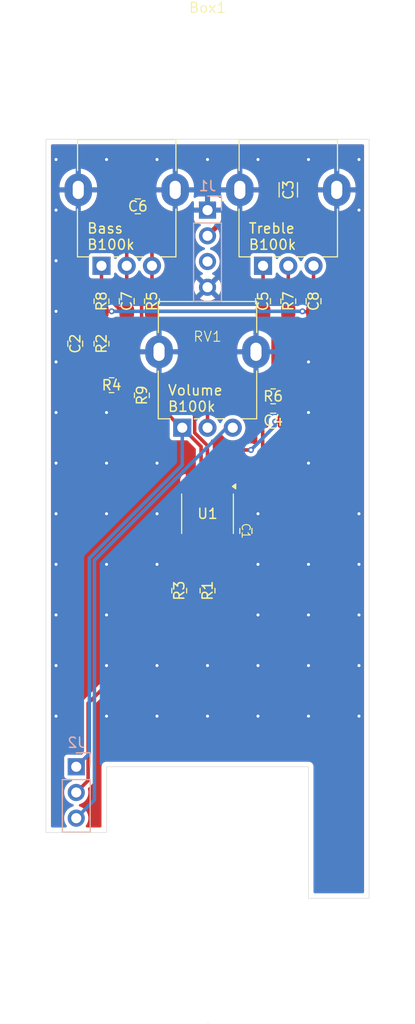
<source format=kicad_pcb>
(kicad_pcb (version 20241229) (generator "pcbnew") (generator_version "9.0")
  (layers (0 "F.Cu" jumper) (2 "B.Cu" signal) (13 "F.Paste" user) (15 "B.Paste" user) (5 "F.SilkS" user "F.Silkscreen") (7 "B.SilkS" user "B.Silkscreen") (1 "F.Mask" user) (3 "B.Mask" user) (25 "Edge.Cuts" user))
  (net 0 "")
  (net 1 "GND")
  (net 2 "IN^{BAX}")
  (net 3 "Net-(U1B--)")
  (net 4 "OPAMP^{IN}")
  (net 5 "+V")
  (net 6 "OPAMP^{OUT}")
  (net 7 "Net-(C5-Pad1)")
  (net 8 "IN")
  (net 10 "OUT")
  (net 11 "Net-(C6-Pad2)")
  (net 12 "Net-(C6-Pad1)")
  (net 13 "Net-(C7-Pad1)")
  (net 14 "GNDREF")
  (net 15 "Net-(C8-Pad2)")
  (net 16 "OUT^{VOL}")
  (net 17 "Net-(R7-Pad1)")
  (footprint "Resistor_SMD:R_0805_2012Metric_Pad1.20x1.40mm_HandSolder" (layer "F.Cu") (at 108 79 -90)
    (property "Reference" "R7" (at 0 0 90) (layer "F.SilkS"))
    (property "Value" "3.3k")
    (fp_line (start -0.227064 0.735) (end 0.227064 0.735) (stroke (width 0.12)) (layer "F.SilkS"))
    (fp_line (start -0.227064 -0.735) (end 0.227064 -0.735) (stroke (width 0.12)) (layer "F.SilkS"))
    (pad "1" smd roundrect (at -1 0 270) (size 1.2 1.4) (layers "F.Cu" "F.Mask" "F.Paste") (roundrect_rratio 0.208333) (net 17 "Net-(R7-Pad1)"))
    (pad "2" smd roundrect (at 1 0 270) (size 1.2 1.4) (layers "F.Cu" "F.Mask" "F.Paste") (roundrect_rratio 0.208333) (net 4 "OPAMP^{IN}"))
  )
  (footprint "Capacitor_SMD:C_0805_2012Metric_Pad1.18x1.45mm_HandSolder" (layer "F.Cu") (at 86.9 83.2 -90)
    (property "Reference" "C2" (at 0 0 90) (layer "F.SilkS"))
    (property "Value" "10pF")
    (fp_line (start -0.261252 0.735) (end 0.261252 0.735) (stroke (width 0.12)) (layer "F.SilkS"))
    (fp_line (start -0.261252 -0.735) (end 0.261252 -0.735) (stroke (width 0.12)) (layer "F.SilkS"))
    (pad "1" smd roundrect (at -1.0375 0 270) (size 1.175 1.45) (layers "F.Cu" "F.Mask" "F.Paste") (roundrect_rratio 0.212766) (net 2 "IN^{BAX}"))
    (pad "2" smd roundrect (at 1.0375 0 270) (size 1.175 1.45) (layers "F.Cu" "F.Mask" "F.Paste") (roundrect_rratio 0.212766) (net 3 "Net-(U1B--)"))
  )
  (footprint "Resistor_SMD:R_0805_2012Metric_Pad1.20x1.40mm_HandSolder" (layer "F.Cu") (at 97.2 107.6 90)
    (property "Reference" "R3" (at 0 0 90) (layer "F.SilkS"))
    (property "Value" "47k")
    (fp_line (start -0.227064 -0.735) (end 0.227064 -0.735) (stroke (width 0.12)) (layer "F.SilkS"))
    (fp_line (start -0.227064 0.735) (end 0.227064 0.735) (stroke (width 0.12)) (layer "F.SilkS"))
    (pad "1" smd roundrect (at -1 0 90) (size 1.2 1.4) (layers "F.Cu" "F.Mask" "F.Paste") (roundrect_rratio 0.208333) (net 10 "OUT"))
    (pad "2" smd roundrect (at 1 0 90) (size 1.2 1.4) (layers "F.Cu" "F.Mask" "F.Paste") (roundrect_rratio 0.208333) (net 1 "GND"))
  )
  (footprint "Mylib:Potentiometer_9mm_MP" (layer "F.Cu") (at 92 68)
    (property "Reference" "RV2" (hide yes))
    (property "Value" "B100k Bass")
    (fp_line (start -4.88 6.62) (end -4.88 1.9) (stroke (width 0.12)) (layer "F.SilkS"))
    (fp_line (start -4.87 -1.91) (end -4.87 -4.97) (stroke (width 0.12)) (layer "F.SilkS"))
    (fp_line (start -3.69 6.62) (end -4.87 6.62) (stroke (width 0.12)) (layer "F.SilkS"))
    (fp_line (start -0.79 6.62) (end -1.32 6.62) (stroke (width 0.12)) (layer "F.SilkS"))
    (fp_line (start 1.66 6.62) (end 0.83 6.62) (stroke (width 0.12)) (layer "F.SilkS"))
    (fp_line (start 4.87 -4.97) (end -4.87 -4.97) (stroke (width 0.12)) (layer "F.SilkS"))
    (fp_line (start 4.87 -1.91) (end 4.87 -4.97) (stroke (width 0.12)) (layer "F.SilkS"))
    (fp_line (start 4.87 6.62) (end 3.38 6.62) (stroke (width 0.12)) (layer "F.SilkS"))
    (fp_line (start 4.87 6.62) (end 4.87 1.9) (stroke (width 0.12)) (layer "F.SilkS"))
    (pad "1" thru_hole rect (at -2.5 7.5) (size 1.8 1.8) (drill 1) (layers "*.Cu" "*.Mask") (net 13 "Net-(C7-Pad1)"))
    (pad "2" thru_hole circle (at 0 7.5) (size 1.8 1.8) (drill 1) (layers "*.Cu" "*.Mask") (net 11 "Net-(C6-Pad2)"))
    (pad "3" thru_hole circle (at 2.5 7.5) (size 1.8 1.8) (drill 1) (layers "*.Cu" "*.Mask") (net 12 "Net-(C6-Pad1)"))
    (pad "MP" thru_hole oval (at -4.8 0) (size 2.72 3.24) (drill oval 1.1 1.8) (layers "*.Cu" "*.Mask") (net 1 "GND"))
    (pad "MP" thru_hole oval (at 4.8 0) (size 2.72 3.24) (drill oval 1.1 1.8) (layers "*.Cu" "*.Mask") (net 1 "GND"))
  )
  (footprint "Mylib:1590A" (layer "F.Cu") (at 100 100)
    (property "Reference" "Box1" (at 0 -50 0) (layer "F.SilkS") (effects (font (thickness 0.1))))
    (property "Value" "1590A")
    (fp_line (start 0.05 50.375) (end 0.05 50.375) (stroke (width 0.1)) (layer "F.SilkS"))
  )
  (footprint "Resistor_SMD:R_0805_2012Metric_Pad1.20x1.40mm_HandSolder" (layer "F.Cu") (at 94.5 79 -90)
    (property "Reference" "R5" (at 0 0 90) (layer "F.SilkS"))
    (property "Value" "10k")
    (fp_line (start -0.227064 0.735) (end 0.227064 0.735) (stroke (width 0.12)) (layer "F.SilkS"))
    (fp_line (start -0.227064 -0.735) (end 0.227064 -0.735) (stroke (width 0.12)) (layer "F.SilkS"))
    (pad "1" smd roundrect (at -1 0 270) (size 1.2 1.4) (layers "F.Cu" "F.Mask" "F.Paste") (roundrect_rratio 0.208333) (net 12 "Net-(C6-Pad1)"))
    (pad "2" smd roundrect (at 1 0 270) (size 1.2 1.4) (layers "F.Cu" "F.Mask" "F.Paste") (roundrect_rratio 0.208333) (net 6 "OPAMP^{OUT}"))
  )
  (footprint "Resistor_SMD:R_0805_2012Metric_Pad1.20x1.40mm_HandSolder" (layer "F.Cu") (at 90.5 87.3)
    (property "Reference" "R4" (at 0 0 0) (layer "F.SilkS"))
    (property "Value" "10k")
    (fp_line (start -0.227064 -0.735) (end 0.227064 -0.735) (stroke (width 0.12)) (layer "F.SilkS"))
    (fp_line (start -0.227064 0.735) (end 0.227064 0.735) (stroke (width 0.12)) (layer "F.SilkS"))
    (pad "1" smd roundrect (at -1 0) (size 1.2 1.4) (layers "F.Cu" "F.Mask" "F.Paste") (roundrect_rratio 0.208333) (net 3 "Net-(U1B--)"))
    (pad "2" smd roundrect (at 1 0) (size 1.2 1.4) (layers "F.Cu" "F.Mask" "F.Paste") (roundrect_rratio 0.208333) (net 16 "OUT^{VOL}"))
  )
  (footprint "Resistor_SMD:R_0805_2012Metric_Pad1.20x1.40mm_HandSolder" (layer "F.Cu") (at 93.5 88.3 90)
    (property "Reference" "R9" (at 0 0 90) (layer "F.SilkS"))
    (property "Value" "10k")
    (fp_line (start -0.227064 -0.735) (end 0.227064 -0.735) (stroke (width 0.12)) (layer "F.SilkS"))
    (fp_line (start -0.227064 0.735) (end 0.227064 0.735) (stroke (width 0.12)) (layer "F.SilkS"))
    (pad "1" smd roundrect (at -1 0 90) (size 1.2 1.4) (layers "F.Cu" "F.Mask" "F.Paste") (roundrect_rratio 0.208333) (net 14 "GNDREF"))
    (pad "2" smd roundrect (at 1 0 90) (size 1.2 1.4) (layers "F.Cu" "F.Mask" "F.Paste") (roundrect_rratio 0.208333) (net 16 "OUT^{VOL}"))
  )
  (footprint "Mylib:Potentiometer_9mm_MP" (layer "F.Cu") (at 100 84)
    (property "Reference" "RV1" (at 0 -1.5 0) (layer "F.SilkS") (effects (font (thickness 0.1))))
    (property "Value" "B100k Volume")
    (fp_line (start -4.88 6.62) (end -4.88 1.9) (stroke (width 0.12)) (layer "F.SilkS"))
    (fp_line (start -4.87 -1.91) (end -4.87 -4.97) (stroke (width 0.12)) (layer "F.SilkS"))
    (fp_line (start -3.69 6.62) (end -4.87 6.62) (stroke (width 0.12)) (layer "F.SilkS"))
    (fp_line (start -0.79 6.62) (end -1.32 6.62) (stroke (width 0.12)) (layer "F.SilkS"))
    (fp_line (start 1.66 6.62) (end 0.83 6.62) (stroke (width 0.12)) (layer "F.SilkS"))
    (fp_line (start 4.87 -4.97) (end -4.87 -4.97) (stroke (width 0.12)) (layer "F.SilkS"))
    (fp_line (start 4.87 -1.91) (end 4.87 -4.97) (stroke (width 0.12)) (layer "F.SilkS"))
    (fp_line (start 4.87 6.62) (end 3.38 6.62) (stroke (width 0.12)) (layer "F.SilkS"))
    (fp_line (start 4.87 6.62) (end 4.87 1.9) (stroke (width 0.12)) (layer "F.SilkS"))
    (pad "1" thru_hole rect (at -2.5 7.5) (size 1.8 1.8) (drill 1) (layers "*.Cu" "*.Mask") (net 14 "GNDREF"))
    (pad "2" thru_hole circle (at 0 7.5) (size 1.8 1.8) (drill 1) (layers "*.Cu" "*.Mask") (net 16 "OUT^{VOL}"))
    (pad "3" thru_hole circle (at 2.5 7.5) (size 1.8 1.8) (drill 1) (layers "*.Cu" "*.Mask") (net 8 "IN"))
    (pad "MP" thru_hole oval (at -4.8 0) (size 2.72 3.24) (drill oval 1.1 1.8) (layers "*.Cu" "*.Mask") (net 1 "GND"))
    (pad "MP" thru_hole oval (at 4.8 0) (size 2.72 3.24) (drill oval 1.1 1.8) (layers "*.Cu" "*.Mask") (net 1 "GND"))
  )
  (footprint "Capacitor_SMD:C_0805_2012Metric_Pad1.18x1.45mm_HandSolder" (layer "F.Cu") (at 93.1 69.625 180)
    (property "Reference" "C6" (at 0 0 0) (layer "F.SilkS"))
    (property "Value" "47nF")
    (fp_line (start -0.261252 0.735) (end 0.261252 0.735) (stroke (width 0.12)) (layer "F.SilkS"))
    (fp_line (start -0.261252 -0.735) (end 0.261252 -0.735) (stroke (width 0.12)) (layer "F.SilkS"))
    (pad "1" smd roundrect (at -1.0375 0 180) (size 1.175 1.45) (layers "F.Cu" "F.Mask" "F.Paste") (roundrect_rratio 0.212766) (net 12 "Net-(C6-Pad1)"))
    (pad "2" smd roundrect (at 1.0375 0 180) (size 1.175 1.45) (layers "F.Cu" "F.Mask" "F.Paste") (roundrect_rratio 0.212766) (net 11 "Net-(C6-Pad2)"))
  )
  (footprint "Resistor_SMD:R_0805_2012Metric_Pad1.20x1.40mm_HandSolder" (layer "F.Cu") (at 89.5 79 90)
    (property "Reference" "R8" (at 0 0 90) (layer "F.SilkS"))
    (property "Value" "10k")
    (fp_line (start -0.227064 -0.735) (end 0.227064 -0.735) (stroke (width 0.12)) (layer "F.SilkS"))
    (fp_line (start -0.227064 0.735) (end 0.227064 0.735) (stroke (width 0.12)) (layer "F.SilkS"))
    (pad "1" smd roundrect (at -1 0 90) (size 1.2 1.4) (layers "F.Cu" "F.Mask" "F.Paste") (roundrect_rratio 0.208333) (net 2 "IN^{BAX}"))
    (pad "2" smd roundrect (at 1 0 90) (size 1.2 1.4) (layers "F.Cu" "F.Mask" "F.Paste") (roundrect_rratio 0.208333) (net 13 "Net-(C7-Pad1)"))
  )
  (footprint "Resistor_SMD:R_0805_2012Metric_Pad1.20x1.40mm_HandSolder" (layer "F.Cu") (at 100 107.6 90)
    (property "Reference" "R1" (at 0 0 90) (layer "F.SilkS"))
    (property "Value" "100R")
    (fp_line (start -0.227064 -0.735) (end 0.227064 -0.735) (stroke (width 0.12)) (layer "F.SilkS"))
    (fp_line (start -0.227064 0.735) (end 0.227064 0.735) (stroke (width 0.12)) (layer "F.SilkS"))
    (pad "1" smd roundrect (at -1 0 90) (size 1.2 1.4) (layers "F.Cu" "F.Mask" "F.Paste") (roundrect_rratio 0.208333) (net 10 "OUT"))
    (pad "2" smd roundrect (at 1 0 90) (size 1.2 1.4) (layers "F.Cu" "F.Mask" "F.Paste") (roundrect_rratio 0.208333) (net 6 "OPAMP^{OUT}"))
  )
  (footprint "Capacitor_SMD:C_0805_2012Metric_Pad1.18x1.45mm_HandSolder" (layer "F.Cu") (at 105.5 79 -90)
    (property "Reference" "C5" (at 0 0 90) (layer "F.SilkS"))
    (property "Value" "4.7nF")
    (fp_line (start -0.261252 0.735) (end 0.261252 0.735) (stroke (width 0.12)) (layer "F.SilkS"))
    (fp_line (start -0.261252 -0.735) (end 0.261252 -0.735) (stroke (width 0.12)) (layer "F.SilkS"))
    (pad "1" smd roundrect (at -1.0375 0 270) (size 1.175 1.45) (layers "F.Cu" "F.Mask" "F.Paste") (roundrect_rratio 0.212766) (net 7 "Net-(C5-Pad1)"))
    (pad "2" smd roundrect (at 1.0375 0 270) (size 1.175 1.45) (layers "F.Cu" "F.Mask" "F.Paste") (roundrect_rratio 0.212766) (net 6 "OPAMP^{OUT}"))
  )
  (footprint "Mylib:C_0704_1810Metric" (layer "F.Cu") (at 103.8 101.7 90)
    (property "Reference" "C1" (at 0 0 270) (layer "F.SilkS") (effects (font (size 0.8 0.8) (thickness 0.1))))
    (property "Value" "0.1uF")
    (fp_line (start -0.25 -0.6) (end 0.25 -0.6) (stroke (width 0.12)) (layer "F.SilkS"))
    (fp_line (start -0.25 0.6) (end 0.25 0.6) (stroke (width 0.12)) (layer "F.SilkS"))
    (pad "1" smd roundrect (at -0.875 0 90) (size 0.9 1.25) (layers "F.Cu" "F.Mask" "F.Paste") (roundrect_rratio 0.2) (net 5 "+V"))
    (pad "2" smd roundrect (at 0.875 0 90) (size 0.9 1.25) (layers "F.Cu" "F.Mask" "F.Paste") (roundrect_rratio 0.2) (net 1 "GND"))
  )
  (footprint "Resistor_SMD:R_0805_2012Metric_Pad1.20x1.40mm_HandSolder" (layer "F.Cu") (at 89.5 83.2 -90)
    (property "Reference" "R2" (at 0 0 90) (layer "F.SilkS"))
    (property "Value" "22k")
    (fp_line (start -0.227064 0.735) (end 0.227064 0.735) (stroke (width 0.12)) (layer "F.SilkS"))
    (fp_line (start -0.227064 -0.735) (end 0.227064 -0.735) (stroke (width 0.12)) (layer "F.SilkS"))
    (pad "1" smd roundrect (at -1 0 270) (size 1.2 1.4) (layers "F.Cu" "F.Mask" "F.Paste") (roundrect_rratio 0.208333) (net 2 "IN^{BAX}"))
    (pad "2" smd roundrect (at 1 0 270) (size 1.2 1.4) (layers "F.Cu" "F.Mask" "F.Paste") (roundrect_rratio 0.208333) (net 3 "Net-(U1B--)"))
  )
  (footprint "Capacitor_SMD:C_0805_2012Metric_Pad1.18x1.45mm_HandSolder" (layer "F.Cu") (at 92 79 90)
    (property "Reference" "C7" (at 0 0 90) (layer "F.SilkS"))
    (property "Value" "47nF")
    (fp_line (start -0.261252 -0.735) (end 0.261252 -0.735) (stroke (width 0.12)) (layer "F.SilkS"))
    (fp_line (start -0.261252 0.735) (end 0.261252 0.735) (stroke (width 0.12)) (layer "F.SilkS"))
    (pad "1" smd roundrect (at -1.0375 0 90) (size 1.175 1.45) (layers "F.Cu" "F.Mask" "F.Paste") (roundrect_rratio 0.212766) (net 13 "Net-(C7-Pad1)"))
    (pad "2" smd roundrect (at 1.0375 0 90) (size 1.175 1.45) (layers "F.Cu" "F.Mask" "F.Paste") (roundrect_rratio 0.212766) (net 11 "Net-(C6-Pad2)"))
  )
  (footprint "Resistor_SMD:R_0805_2012Metric_Pad1.20x1.40mm_HandSolder" (layer "F.Cu") (at 106.5 88.4 180)
    (property "Reference" "R6" (at 0 0 0) (layer "F.SilkS"))
    (property "Value" "10k")
    (fp_line (start -0.227064 0.735) (end 0.227064 0.735) (stroke (width 0.12)) (layer "F.SilkS"))
    (fp_line (start -0.227064 -0.735) (end 0.227064 -0.735) (stroke (width 0.12)) (layer "F.SilkS"))
    (pad "1" smd roundrect (at -1 0 180) (size 1.2 1.4) (layers "F.Cu" "F.Mask" "F.Paste") (roundrect_rratio 0.208333) (net 4 "OPAMP^{IN}"))
    (pad "2" smd roundrect (at 1 0 180) (size 1.2 1.4) (layers "F.Cu" "F.Mask" "F.Paste") (roundrect_rratio 0.208333) (net 11 "Net-(C6-Pad2)"))
  )
  (footprint "Capacitor_SMD:C_0805_2012Metric_Pad1.18x1.45mm_HandSolder" (layer "F.Cu") (at 110.5 79 90)
    (property "Reference" "C8" (at 0 0 90) (layer "F.SilkS"))
    (property "Value" "4.7nF")
    (fp_line (start -0.261252 -0.735) (end 0.261252 -0.735) (stroke (width 0.12)) (layer "F.SilkS"))
    (fp_line (start -0.261252 0.735) (end 0.261252 0.735) (stroke (width 0.12)) (layer "F.SilkS"))
    (pad "1" smd roundrect (at -1.0375 0 90) (size 1.175 1.45) (layers "F.Cu" "F.Mask" "F.Paste") (roundrect_rratio 0.212766) (net 2 "IN^{BAX}"))
    (pad "2" smd roundrect (at 1.0375 0 90) (size 1.175 1.45) (layers "F.Cu" "F.Mask" "F.Paste") (roundrect_rratio 0.212766) (net 15 "Net-(C8-Pad2)"))
  )
  (footprint "Capacitor_SMD:C_0805_2012Metric_Pad1.18x1.45mm_HandSolder" (layer "F.Cu") (at 106.5 90.8 180)
    (property "Reference" "C4" (at 0 0 0) (layer "F.SilkS"))
    (property "Value" "10pF")
    (fp_line (start -0.261252 0.735) (end 0.261252 0.735) (stroke (width 0.12)) (layer "F.SilkS"))
    (fp_line (start -0.261252 -0.735) (end 0.261252 -0.735) (stroke (width 0.12)) (layer "F.SilkS"))
    (pad "1" smd roundrect (at -1.0375 0 180) (size 1.175 1.45) (layers "F.Cu" "F.Mask" "F.Paste") (roundrect_rratio 0.212766) (net 4 "OPAMP^{IN}"))
    (pad "2" smd roundrect (at 1.0375 0 180) (size 1.175 1.45) (layers "F.Cu" "F.Mask" "F.Paste") (roundrect_rratio 0.212766) (net 6 "OPAMP^{OUT}"))
  )
  (footprint "Package_SO:SOIC-8_3.9x4.9mm_P1.27mm" (layer "F.Cu") (at 100 100 -90)
    (property "Reference" "U1" (at 0 0 0) (layer "F.SilkS"))
    (property "Value" "OPA1656")
    (fp_line (start 0 2.56) (end -1.95 2.56) (stroke (width 0.12)) (layer "F.SilkS"))
    (fp_line (start 0 2.56) (end 1.95 2.56) (stroke (width 0.12)) (layer "F.SilkS"))
    (fp_line (start 0 -2.56) (end -1.95 -2.56) (stroke (width 0.12)) (layer "F.SilkS"))
    (fp_line (start 0 -2.56) (end 1.95 -2.56) (stroke (width 0.12)) (layer "F.SilkS"))
    (fp_poly (pts (xy -2.7 -2.465) (xy -2.94 -2.795) (xy -2.46 -2.795)) (stroke (width 0.12)) (fill yes) (layer "F.SilkS"))
    (pad "1" smd roundrect (at -2.475 -1.905 270) (size 1.95 0.6) (layers "F.Cu" "F.Mask" "F.Paste") (net 6 "OPAMP^{OUT}"))
    (pad "2" smd roundrect (at -2.475 -0.635 270) (size 1.95 0.6) (layers "F.Cu" "F.Mask" "F.Paste") (net 4 "OPAMP^{IN}"))
    (pad "3" smd roundrect (at -2.475 0.635 270) (size 1.95 0.6) (layers "F.Cu" "F.Mask" "F.Paste") (net 14 "GNDREF"))
    (pad "4" smd roundrect (at -2.475 1.905 270) (size 1.95 0.6) (layers "F.Cu" "F.Mask" "F.Paste") (net 1 "GND"))
    (pad "5" smd roundrect (at 2.475 1.905 270) (size 1.95 0.6) (layers "F.Cu" "F.Mask" "F.Paste") (net 14 "GNDREF"))
    (pad "6" smd roundrect (at 2.475 0.635 270) (size 1.95 0.6) (layers "F.Cu" "F.Mask" "F.Paste") (net 3 "Net-(U1B--)"))
    (pad "7" smd roundrect (at 2.475 -0.635 270) (size 1.95 0.6) (layers "F.Cu" "F.Mask" "F.Paste") (net 2 "IN^{BAX}"))
    (pad "8" smd roundrect (at 2.475 -1.905 270) (size 1.95 0.6) (layers "F.Cu" "F.Mask" "F.Paste") (net 5 "+V"))
  )
  (footprint "Capacitor_SMD:C_1206_3216Metric_Pad1.33x1.80mm_HandSolder" (layer "F.Cu") (at 108 68 90)
    (property "Reference" "C3" (at 0 0 90) (layer "F.SilkS"))
    (property "Value" "22uF")
    (fp_line (start -0.711252 -0.91) (end 0.711252 -0.91) (stroke (width 0.12)) (layer "F.SilkS"))
    (fp_line (start -0.711252 0.91) (end 0.711252 0.91) (stroke (width 0.12)) (layer "F.SilkS"))
    (pad "1" smd roundrect (at -1.5625 0 90) (size 1.325 1.8) (layers "F.Cu" "F.Mask" "F.Paste") (roundrect_rratio 0.188679) (net 5 "+V"))
    (pad "2" smd roundrect (at 1.5625 0 90) (size 1.325 1.8) (layers "F.Cu" "F.Mask" "F.Paste") (roundrect_rratio 0.188679) (net 1 "GND"))
  )
  (footprint "Mylib:Potentiometer_9mm_MP" (layer "F.Cu") (at 108 68)
    (property "Reference" "RV3" (hide yes))
    (property "Value" "B100k Treble")
    (fp_line (start -4.88 6.62) (end -4.88 1.9) (stroke (width 0.12)) (layer "F.SilkS"))
    (fp_line (start -4.87 -1.91) (end -4.87 -4.97) (stroke (width 0.12)) (layer "F.SilkS"))
    (fp_line (start -3.69 6.62) (end -4.87 6.62) (stroke (width 0.12)) (layer "F.SilkS"))
    (fp_line (start -0.79 6.62) (end -1.32 6.62) (stroke (width 0.12)) (layer "F.SilkS"))
    (fp_line (start 1.66 6.62) (end 0.83 6.62) (stroke (width 0.12)) (layer "F.SilkS"))
    (fp_line (start 4.87 -4.97) (end -4.87 -4.97) (stroke (width 0.12)) (layer "F.SilkS"))
    (fp_line (start 4.87 -1.91) (end 4.87 -4.97) (stroke (width 0.12)) (layer "F.SilkS"))
    (fp_line (start 4.87 6.62) (end 3.38 6.62) (stroke (width 0.12)) (layer "F.SilkS"))
    (fp_line (start 4.87 6.62) (end 4.87 1.9) (stroke (width 0.12)) (layer "F.SilkS"))
    (pad "1" thru_hole rect (at -2.5 7.5) (size 1.8 1.8) (drill 1) (layers "*.Cu" "*.Mask") (net 7 "Net-(C5-Pad1)"))
    (pad "2" thru_hole circle (at 0 7.5) (size 1.8 1.8) (drill 1) (layers "*.Cu" "*.Mask") (net 17 "Net-(R7-Pad1)"))
    (pad "3" thru_hole circle (at 2.5 7.5) (size 1.8 1.8) (drill 1) (layers "*.Cu" "*.Mask") (net 15 "Net-(C8-Pad2)"))
    (pad "MP" thru_hole oval (at -4.8 0) (size 2.72 3.24) (drill oval 1.1 1.8) (layers "*.Cu" "*.Mask") (net 1 "GND"))
    (pad "MP" thru_hole oval (at 4.8 0) (size 2.72 3.24) (drill oval 1.1 1.8) (layers "*.Cu" "*.Mask") (net 1 "GND"))
  )
  (footprint "Connector_PinHeader_2.54mm:PinHeader_1x03_P2.54mm_Vertical" (layer "B.Cu") (at 87 125 180)
    (property "Reference" "J2" (at 0 2.38 0) (layer "B.SilkS") (effects (justify mirror)))
    (property "Value" "Conn_01x03_Pin")
    (fp_line (start 1.38 -1.27) (end 1.38 -6.46) (stroke (width 0.12)) (layer "B.SilkS"))
    (fp_line (start -1.38 1.38) (end 0 1.38) (stroke (width 0.12)) (layer "B.SilkS"))
    (fp_line (start -1.38 0) (end -1.38 1.38) (stroke (width 0.12)) (layer "B.SilkS"))
    (fp_line (start -1.38 -1.27) (end 1.38 -1.27) (stroke (width 0.12)) (layer "B.SilkS"))
    (fp_line (start -1.38 -1.27) (end -1.38 -6.46) (stroke (width 0.12)) (layer "B.SilkS"))
    (fp_line (start -1.38 -6.46) (end 1.38 -6.46) (stroke (width 0.12)) (layer "B.SilkS"))
    (pad "1" thru_hole rect (at 0 0 180) (size 1.7 1.7) (drill 1) (layers "*.Cu" "*.Mask") (net 14 "GNDREF"))
    (pad "2" thru_hole circle (at 0 -2.54 180) (size 1.7 1.7) (drill 1) (layers "*.Cu" "*.Mask") (net 10 "OUT"))
    (pad "3" thru_hole circle (at 0 -5.08 180) (size 1.7 1.7) (drill 1) (layers "*.Cu" "*.Mask") (net 8 "IN"))
  )
  (footprint "Connector_PinHeader_2.54mm:PinHeader_1x04_P2.54mm_Vertical" (layer "B.Cu") (at 100 70 180)
    (property "Reference" "J1" (at 0 2.38 0) (layer "B.SilkS") (effects (justify mirror)))
    (property "Value" "Conn_01x04_Pin")
    (fp_line (start 1.38 -1.27) (end 1.38 -9) (stroke (width 0.12)) (layer "B.SilkS"))
    (fp_line (start -1.38 1.38) (end 0 1.38) (stroke (width 0.12)) (layer "B.SilkS"))
    (fp_line (start -1.38 0) (end -1.38 1.38) (stroke (width 0.12)) (layer "B.SilkS"))
    (fp_line (start -1.38 -1.27) (end 1.38 -1.27) (stroke (width 0.12)) (layer "B.SilkS"))
    (fp_line (start -1.38 -1.27) (end -1.38 -9) (stroke (width 0.12)) (layer "B.SilkS"))
    (fp_line (start -1.38 -9) (end 1.38 -9) (stroke (width 0.12)) (layer "B.SilkS"))
    (pad "1" thru_hole rect (at 0 0 180) (size 1.7 1.7) (drill 1) (layers "*.Cu" "*.Mask") (net 1 "GND"))
    (pad "2" thru_hole circle (at 0 -2.54 180) (size 1.7 1.7) (drill 1) (layers "*.Cu" "*.Mask") (net 5 "+V"))
    (pad "3" thru_hole circle (at 0 -5.08 180) (size 1.7 1.7) (drill 1) (layers "*.Cu" "*.Mask"))
    (pad "4" thru_hole circle (at 0 -7.62 180) (size 1.7 1.7) (drill 1) (layers "*.Cu" "*.Mask") (net 1 "GND"))
  )
  (gr_line (start 116 138) (end 116 63) (stroke (width 0.05)) (layer "Edge.Cuts"))
  (gr_line (start 84 131.5) (end 90 131.5) (stroke (width 0.05)) (layer "Edge.Cuts"))
  (gr_line (start 116 63) (end 84 63) (stroke (width 0.05)) (layer "Edge.Cuts"))
  (gr_line (start 90 125) (end 110 125) (stroke (width 0.05)) (layer "Edge.Cuts"))
  (gr_line (start 110 138) (end 116 138) (stroke (width 0.05)) (layer "Edge.Cuts"))
  (gr_line (start 90 131.5) (end 90 125) (stroke (width 0.05)) (layer "Edge.Cuts"))
  (gr_line (start 84 63) (end 84 131.5) (stroke (width 0.05)) (layer "Edge.Cuts"))
  (gr_line (start 110 125) (end 110 138) (stroke (width 0.05)) (layer "Edge.Cuts"))
  (gr_text "Treble\nB100k" (at 104 74 0) (layer "F.SilkS") (effects (font (size 1 1)) (justify left bottom)))
  (gr_text "Bass\nB100k" (at 88 74 0) (layer "F.SilkS") (effects (font (size 1 1)) (justify left bottom)))
  (gr_text "Volume\nB100k" (at 96 90 0) (layer "F.SilkS") (effects (font (size 1 1)) (justify left bottom)))
  (via (at 85 70) (size 0.6) (drill 0.3) (layers "F.Cu" "B.Cu") (net 1))
  (via (at 95 105) (size 0.6) (drill 0.3) (layers "F.Cu" "B.Cu") (net 1))
  (via (at 105 65) (size 0.6) (drill 0.3) (layers "F.Cu" "B.Cu") (net 1))
  (via (at 85 75) (size 0.6) (drill 0.3) (layers "F.Cu" "B.Cu") (net 1))
  (via (at 90 120) (size 0.6) (drill 0.3) (layers "F.Cu" "B.Cu") (net 1))
  (via (at 85 95) (size 0.6) (drill 0.3) (layers "F.Cu" "B.Cu") (net 1))
  (via (at 90 65) (size 0.6) (drill 0.3) (layers "F.Cu" "B.Cu") (net 1))
  (via (at 100 65) (size 0.6) (drill 0.3) (layers "F.Cu" "B.Cu") (net 1))
  (via (at 100 120) (size 0.6) (drill 0.3) (layers "F.Cu" "B.Cu") (net 1))
  (via (at 85 110) (size 0.6) (drill 0.3) (layers "F.Cu" "B.Cu") (net 1))
  (via (at 85 100) (size 0.6) (drill 0.3) (layers "F.Cu" "B.Cu") (net 1))
  (via (at 95 95) (size 0.6) (drill 0.3) (layers "F.Cu" "B.Cu") (net 1))
  (via (at 110 115) (size 0.6) (drill 0.3) (layers "F.Cu" "B.Cu") (net 1))
  (via (at 85 120) (size 0.6) (drill 0.3) (layers "F.Cu" "B.Cu") (net 1))
  (via (at 90 110) (size 0.6) (drill 0.3) (layers "F.Cu" "B.Cu") (net 1))
  (via (at 110 105) (size 0.6) (drill 0.3) (layers "F.Cu" "B.Cu") (net 1))
  (via (at 105 110) (size 0.6) (drill 0.3) (layers "F.Cu" "B.Cu") (net 1))
  (via (at 115 105) (size 0.6) (drill 0.3) (layers "F.Cu" "B.Cu") (net 1))
  (via (at 110 120) (size 0.6) (drill 0.3) (layers "F.Cu" "B.Cu") (net 1))
  (via (at 110 90) (size 0.6) (drill 0.3) (layers "F.Cu" "B.Cu") (net 1))
  (via (at 95 120) (size 0.6) (drill 0.3) (layers "F.Cu" "B.Cu") (net 1))
  (via (at 115 110) (size 0.6) (drill 0.3) (layers "F.Cu" "B.Cu") (net 1))
  (via (at 115 65) (size 0.6) (drill 0.3) (layers "F.Cu" "B.Cu") (net 1))
  (via (at 110 95) (size 0.6) (drill 0.3) (layers "F.Cu" "B.Cu") (net 1))
  (via (at 110 110) (size 0.6) (drill 0.3) (layers "F.Cu" "B.Cu") (net 1))
  (via (at 90 100) (size 0.6) (drill 0.3) (layers "F.Cu" "B.Cu") (net 1))
  (via (at 95 115) (size 0.6) (drill 0.3) (layers "F.Cu" "B.Cu") (net 1))
  (via (at 105 105) (size 0.6) (drill 0.3) (layers "F.Cu" "B.Cu") (net 1))
  (via (at 95 65) (size 0.6) (drill 0.3) (layers "F.Cu" "B.Cu") (net 1))
  (via (at 105 120) (size 0.6) (drill 0.3) (layers "F.Cu" "B.Cu") (net 1))
  (via (at 85 115) (size 0.6) (drill 0.3) (layers "F.Cu" "B.Cu") (net 1))
  (via (at 90 95) (size 0.6) (drill 0.3) (layers "F.Cu" "B.Cu") (net 1))
  (via (at 115 115) (size 0.6) (drill 0.3) (layers "F.Cu" "B.Cu") (net 1))
  (via (at 115 70) (size 0.6) (drill 0.3) (layers "F.Cu" "B.Cu") (net 1))
  (via (at 85 85) (size 0.6) (drill 0.3) (layers "F.Cu" "B.Cu") (net 1))
  (via (at 85 105) (size 0.6) (drill 0.3) (layers "F.Cu" "B.Cu") (net 1))
  (via (at 105 100) (size 0.6) (drill 0.3) (layers "F.Cu" "B.Cu") (net 1))
  (via (at 95 100) (size 0.6) (drill 0.3) (layers "F.Cu" "B.Cu") (net 1))
  (via (at 100 115) (size 0.6) (drill 0.3) (layers "F.Cu" "B.Cu") (net 1))
  (via (at 90 115) (size 0.6) (drill 0.3) (layers "F.Cu" "B.Cu") (net 1))
  (via (at 90 90) (size 0.6) (drill 0.3) (layers "F.Cu" "B.Cu") (net 1))
  (via (at 85 80) (size 0.6) (drill 0.3) (layers "F.Cu" "B.Cu") (net 1))
  (via (at 105 115) (size 0.6) (drill 0.3) (layers "F.Cu" "B.Cu") (net 1))
  (via (at 110 65) (size 0.6) (drill 0.3) (layers "F.Cu" "B.Cu") (net 1))
  (via (at 85 65) (size 0.6) (drill 0.3) (layers "F.Cu" "B.Cu") (net 1))
  (via (at 90 105) (size 0.6) (drill 0.3) (layers "F.Cu" "B.Cu") (net 1))
  (via (at 110 85) (size 0.6) (drill 0.3) (layers "F.Cu" "B.Cu") (net 1))
  (via (at 115 100) (size 0.6) (drill 0.3) (layers "F.Cu" "B.Cu") (net 1))
  (via (at 115 120) (size 0.6) (drill 0.3) (layers "F.Cu" "B.Cu") (net 1))
  (via (at 85 90) (size 0.6) (drill 0.3) (layers "F.Cu" "B.Cu") (net 1))
  (segment (start 90.5 80) (end 89.5 80) (width 0.35) (layer "F.Cu") (net 2))
  (segment (start 100.635 101.07352) (end 100.635 102.475) (width 0.35) (layer "F.Cu") (net 2))
  (segment (start 110.5 80.0375) (end 109.4375 80.0375) (width 0.35) (layer "F.Cu") (net 2))
  (segment (start 102.406 99.302521) (end 100.635 101.07352) (width 0.35) (layer "F.Cu") (net 2))
  (segment (start 110.5 80.0375) (end 108.5 82.0375) (width 0.35) (layer "F.Cu") (net 2))
  (segment (start 89.5 82.2) (end 86.9375 82.2) (width 0.35) (layer "F.Cu") (net 2))
  (segment (start 108.5 92.8) (end 102.406 98.894) (width 0.35) (layer "F.Cu") (net 2))
  (segment (start 109.4375 80.0375) (end 109.4 80) (width 0.35) (layer "F.Cu") (net 2))
  (segment (start 86.9375 82.2) (end 86.9 82.1625) (width 0.35) (layer "F.Cu") (net 2))
  (segment (start 102.406 98.894) (end 102.406 99.302521) (width 0.35) (layer "F.Cu") (net 2))
  (segment (start 108.5 82.0375) (end 108.5 92.8) (width 0.35) (layer "F.Cu") (net 2))
  (segment (start 89.5 82.2) (end 89.5 80) (width 0.35) (layer "F.Cu") (net 2))
  (via (at 109.4 80) (size 0.6) (drill 0.3) (layers "F.Cu" "B.Cu") (net 2))
  (via (at 90.5 80) (size 0.6) (drill 0.3) (layers "F.Cu" "B.Cu") (net 2))
  (segment (start 109.4 80) (end 90.5 80) (width 0.35) (layer "B.Cu") (net 2))
  (segment (start 99.991 100.01752) (end 99.991 93.265) (width 0.35) (layer "F.Cu") (net 3))
  (segment (start 99.365 102.475) (end 99.365 100.64352) (width 0.35) (layer "F.Cu") (net 3))
  (segment (start 98.726 92) (end 98.726 90.274) (width 0.35) (layer "F.Cu") (net 3))
  (segment (start 96.826 88.374) (end 90.574 88.374) (width 0.35) (layer "F.Cu") (net 3))
  (segment (start 90.574 88.374) (end 89.5 87.3) (width 0.35) (layer "F.Cu") (net 3))
  (segment (start 89.5 84.2) (end 86.9375 84.2) (width 0.35) (layer "F.Cu") (net 3))
  (segment (start 86.9375 84.2) (end 86.9 84.2375) (width 0.35) (layer "F.Cu") (net 3))
  (segment (start 98.726 90.274) (end 96.826 88.374) (width 0.35) (layer "F.Cu") (net 3))
  (segment (start 89.5 87.3) (end 89.5 84.2) (width 0.35) (layer "F.Cu") (net 3))
  (segment (start 99.991 93.265) (end 98.726 92) (width 0.35) (layer "F.Cu") (net 3))
  (segment (start 99.365 100.64352) (end 99.991 100.01752) (width 0.35) (layer "F.Cu") (net 3))
  (segment (start 103.2625 93.7) (end 104.3 93.7) (width 0.35) (layer "F.Cu") (net 4))
  (segment (start 100.635 97.525) (end 100.6 97.49) (width 0.35) (layer "F.Cu") (net 4))
  (segment (start 106.7 90.9) (end 107.4375 90.9) (width 0.35) (layer "F.Cu") (net 4))
  (segment (start 107.5 88.4) (end 107.5 80.5) (width 0.35) (layer "F.Cu") (net 4))
  (segment (start 100.6 96.3625) (end 103.2625 93.7) (width 0.35) (layer "F.Cu") (net 4))
  (segment (start 107.5375 90.8) (end 107.5375 88.4375) (width 0.35) (layer "F.Cu") (net 4))
  (segment (start 107.4375 90.9) (end 107.5375 90.8) (width 0.35) (layer "F.Cu") (net 4))
  (segment (start 107.5375 88.4375) (end 107.5 88.4) (width 0.35) (layer "F.Cu") (net 4))
  (segment (start 100.6 97.49) (end 100.6 96.3625) (width 0.35) (layer "F.Cu") (net 4))
  (segment (start 107.5 80.5) (end 108 80) (width 0.35) (layer "F.Cu") (net 4))
  (via (at 106.7 90.9) (size 0.6) (drill 0.3) (layers "F.Cu" "B.Cu") (net 4))
  (via (at 104.3 93.7) (size 0.6) (drill 0.3) (layers "F.Cu" "B.Cu") (net 4))
  (segment (start 104.3 93.7) (end 106.7 91.3) (width 0.35) (layer "B.Cu") (net 4))
  (segment (start 106.7 91.3) (end 106.7 90.9) (width 0.35) (layer "B.Cu") (net 4))
  (segment (start 113.530762 71.59) (end 114.56 72.619238) (width 0.5) (layer "F.Cu") (net 5))
  (segment (start 103.8 102.575) (end 102.005 102.575) (width 0.5) (layer "F.Cu") (net 5))
  (segment (start 108 69.5625) (end 108 71.59) (width 0.5) (layer "F.Cu") (net 5))
  (segment (start 114.56 96.2) (end 108.185 102.575) (width 0.5) (layer "F.Cu") (net 5))
  (segment (start 108.185 102.575) (end 103.8 102.575) (width 0.5) (layer "F.Cu") (net 5))
  (segment (start 100.95 71.59) (end 108 71.59) (width 0.5) (layer "F.Cu") (net 5))
  (segment (start 108 71.59) (end 113.530762 71.59) (width 0.5) (layer "F.Cu") (net 5))
  (segment (start 114.56 72.619238) (end 114.56 96.2) (width 0.5) (layer "F.Cu") (net 5))
  (segment (start 100 72.54) (end 100.95 71.59) (width 0.5) (layer "F.Cu") (net 5))
  (segment (start 102.005 102.575) (end 101.905 102.475) (width 0.5) (layer "F.Cu") (net 5))
  (segment (start 106.5 81.0375) (end 106.5 88.2) (width 0.35) (layer "F.Cu") (net 6))
  (segment (start 101.905 99.095) (end 101.905 97.525) (width 0.35) (layer "F.Cu") (net 6))
  (segment (start 106.5 89.7625) (end 106.5 88.2) (width 0.35) (layer "F.Cu") (net 6))
  (segment (start 100 106.4) (end 100.009 106.391) (width 0.35) (layer "F.Cu") (net 6))
  (segment (start 104.9375 80.0375) (end 104.9 80) (width 0.35) (layer "F.Cu") (net 6))
  (segment (start 101.905 97.525) (end 105.4625 93.9675) (width 0.35) (layer "F.Cu") (net 6))
  (segment (start 100.161 106.239) (end 100 106.4) (width 0.35) (layer "F.Cu") (net 6))
  (segment (start 105.5 80.0375) (end 106.5 81.0375) (width 0.35) (layer "F.Cu") (net 6))
  (segment (start 104.9 80) (end 94.5 80) (width 0.35) (layer "F.Cu") (net 6))
  (segment (start 100.009 106.391) (end 100.009 100.991) (width 0.35) (layer "F.Cu") (net 6))
  (segment (start 100 106.6) (end 100 106.4) (width 0.35) (layer "F.Cu") (net 6))
  (segment (start 100.009 100.991) (end 101.905 99.095) (width 0.35) (layer "F.Cu") (net 6))
  (segment (start 105.4625 93.9675) (end 105.4625 90.8) (width 0.35) (layer "F.Cu") (net 6))
  (segment (start 105.5 80.0375) (end 104.9375 80.0375) (width 0.35) (layer "F.Cu") (net 6))
  (segment (start 105.4625 90.8) (end 106.5 89.7625) (width 0.35) (layer "F.Cu") (net 6))
  (segment (start 105.5 77.9625) (end 105.5 75.5) (width 0.35) (layer "F.Cu") (net 7))
  (segment (start 88.8 104.6) (end 101.9 91.5) (width 0.35) (layer "B.Cu") (net 8))
  (segment (start 87 130.08) (end 88.8 128.28) (width 0.35) (layer "B.Cu") (net 8))
  (segment (start 101.9 91.5) (end 102.5 91.5) (width 0.35) (layer "B.Cu") (net 8))
  (segment (start 88.8 128.28) (end 88.8 104.6) (width 0.35) (layer "B.Cu") (net 8))
  (segment (start 100 108.6) (end 97.2 108.6) (width 0.35) (layer "F.Cu") (net 10))
  (segment (start 97.2 108.6) (end 97.2 109.7) (width 0.35) (layer "F.Cu") (net 10))
  (segment (start 97.2 109.7) (end 88.176 118.724) (width 0.35) (layer "F.Cu") (net 10))
  (segment (start 88.176 118.724) (end 88.176 126.364) (width 0.35) (layer "F.Cu") (net 10))
  (segment (start 88.176 126.364) (end 87 127.54) (width 0.35) (layer "F.Cu") (net 10))
  (segment (start 93.474 80.595514) (end 93.804486 80.926) (width 0.35) (layer "F.Cu") (net 11))
  (segment (start 95.221514 80.9) (end 98 80.9) (width 0.35) (layer "F.Cu") (net 11))
  (segment (start 95.195514 80.926) (end 95.221514 80.9) (width 0.35) (layer "F.Cu") (net 11))
  (segment (start 93.804486 80.926) (end 95.195514 80.926) (width 0.35) (layer "F.Cu") (net 11))
  (segment (start 98 80.9) (end 105.5 88.4) (width 0.35) (layer "F.Cu") (net 11))
  (segment (start 92 77.9625) (end 93.474 79.4365) (width 0.35) (layer "F.Cu") (net 11))
  (segment (start 92 69.6875) (end 92.0625 69.625) (width 0.35) (layer "F.Cu") (net 11))
  (segment (start 92 75.5) (end 92 69.6875) (width 0.35) (layer "F.Cu") (net 11))
  (segment (start 92 77.9625) (end 92 75.5) (width 0.35) (layer "F.Cu") (net 11))
  (segment (start 93.474 79.4365) (end 93.474 80.595514) (width 0.35) (layer "F.Cu") (net 11))
  (segment (start 94.5 75.5) (end 94.5 69.9875) (width 0.35) (layer "F.Cu") (net 12))
  (segment (start 94.5 78) (end 94.5 75.5) (width 0.35) (layer "F.Cu") (net 12))
  (segment (start 94.5 69.9875) (end 94.1375 69.625) (width 0.35) (layer "F.Cu") (net 12))
  (segment (start 92 80.0375) (end 91.5375 80.0375) (width 0.35) (layer "F.Cu") (net 13))
  (segment (start 91.5375 80.0375) (end 89.5 78) (width 0.35) (layer "F.Cu") (net 13))
  (segment (start 89.5 78.1) (end 89.5 75.5) (width 0.35) (layer "F.Cu") (net 13))
  (segment (start 99.365 93.365) (end 99.365 97.525) (width 0.35) (layer "F.Cu") (net 14))
  (segment (start 98.095 101.205) (end 99.365 99.935) (width 0.35) (layer "F.Cu") (net 14))
  (segment (start 97.5 91.5) (end 99.365 93.365) (width 0.35) (layer "F.Cu") (net 14))
  (segment (start 98.095 102.475) (end 98.095 101.205) (width 0.35) (layer "F.Cu") (net 14))
  (segment (start 99.365 99.935) (end 99.365 97.525) (width 0.35) (layer "F.Cu") (net 14))
  (segment (start 95.2 89.3) (end 93.5 89.3) (width 0.35) (layer "F.Cu") (net 14))
  (segment (start 97.5 91.5) (end 97.4 91.5) (width 0.35) (layer "F.Cu") (net 14))
  (segment (start 97.4 91.5) (end 95.2 89.3) (width 0.35) (layer "F.Cu") (net 14))
  (segment (start 88.299 104.392479) (end 97.5 95.19148) (width 0.35) (layer "B.Cu") (net 14))
  (segment (start 88.299 123.701) (end 88.299 104.392479) (width 0.35) (layer "B.Cu") (net 14))
  (segment (start 97.5 95.19148) (end 97.5 91.5) (width 0.35) (layer "B.Cu") (net 14))
  (segment (start 87 125) (end 88.299 123.701) (width 0.35) (layer "B.Cu") (net 14))
  (segment (start 110.5 77.9625) (end 110.5 75.5) (width 0.35) (layer "F.Cu") (net 15))
  (segment (start 97.1 87.3) (end 100 90.2) (width 0.35) (layer "F.Cu") (net 16))
  (segment (start 100 90.2) (end 100 91.5) (width 0.35) (layer "F.Cu") (net 16))
  (segment (start 93.5 87.3) (end 91.5 87.3) (width 0.35) (layer "F.Cu") (net 16))
  (segment (start 91.8 87.6) (end 91.5 87.3) (width 0.35) (layer "F.Cu") (net 16))
  (segment (start 93.5 87.3) (end 97.1 87.3) (width 0.35) (layer "F.Cu") (net 16))
  (segment (start 108 78) (end 108 75.5) (width 0.35) (layer "F.Cu") (net 17))
  (zone (net 1) (net_name "GND") (layers "F.Cu" "B.Cu") (connect_pads (clearance 0.35)) (min_thickness 0.25) (fill yes (thermal_gap 0.5) (thermal_bridge_width 0.5) (smoothing chamfer) (radius 1))
    (polygon (pts (xy 80.8 53.7) (xy 119.3 53.7) (xy 119.3 146.3) (xy 80.8 146.3)))
  )
)
</source>
